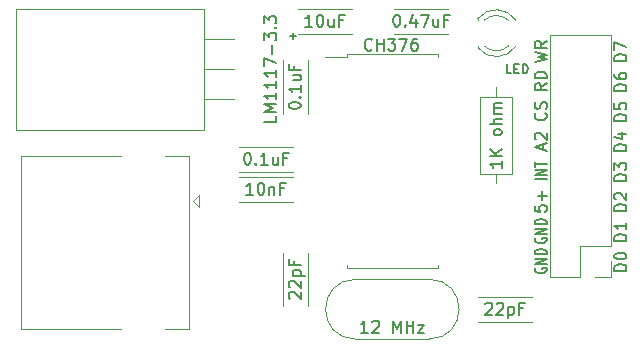
<source format=gbr>
G04 #@! TF.GenerationSoftware,KiCad,Pcbnew,(5.1.8)-1*
G04 #@! TF.CreationDate,2022-06-13T13:31:42-06:00*
G04 #@! TF.ProjectId,CH376S Module,43483337-3653-4204-9d6f-64756c652e6b,rev?*
G04 #@! TF.SameCoordinates,Original*
G04 #@! TF.FileFunction,Legend,Top*
G04 #@! TF.FilePolarity,Positive*
%FSLAX46Y46*%
G04 Gerber Fmt 4.6, Leading zero omitted, Abs format (unit mm)*
G04 Created by KiCad (PCBNEW (5.1.8)-1) date 2022-06-13 13:31:42*
%MOMM*%
%LPD*%
G01*
G04 APERTURE LIST*
%ADD10C,0.150000*%
%ADD11C,0.120000*%
G04 APERTURE END LIST*
D10*
X147619357Y-87109904D02*
X147619357Y-86626095D01*
X147861261Y-86868000D02*
X147377452Y-86868000D01*
X168156000Y-103958571D02*
X168108380Y-104031142D01*
X168108380Y-104140000D01*
X168156000Y-104248857D01*
X168251238Y-104321428D01*
X168346476Y-104357714D01*
X168536952Y-104394000D01*
X168679809Y-104394000D01*
X168870285Y-104357714D01*
X168965523Y-104321428D01*
X169060761Y-104248857D01*
X169108380Y-104140000D01*
X169108380Y-104067428D01*
X169060761Y-103958571D01*
X169013142Y-103922285D01*
X168679809Y-103922285D01*
X168679809Y-104067428D01*
X169108380Y-103595714D02*
X168108380Y-103595714D01*
X169108380Y-103160285D01*
X168108380Y-103160285D01*
X169108380Y-102797428D02*
X168108380Y-102797428D01*
X168108380Y-102616000D01*
X168156000Y-102507142D01*
X168251238Y-102434571D01*
X168346476Y-102398285D01*
X168536952Y-102362000D01*
X168679809Y-102362000D01*
X168870285Y-102398285D01*
X168965523Y-102434571D01*
X169060761Y-102507142D01*
X169108380Y-102616000D01*
X169108380Y-102797428D01*
X168156000Y-106498571D02*
X168108380Y-106571142D01*
X168108380Y-106680000D01*
X168156000Y-106788857D01*
X168251238Y-106861428D01*
X168346476Y-106897714D01*
X168536952Y-106934000D01*
X168679809Y-106934000D01*
X168870285Y-106897714D01*
X168965523Y-106861428D01*
X169060761Y-106788857D01*
X169108380Y-106680000D01*
X169108380Y-106607428D01*
X169060761Y-106498571D01*
X169013142Y-106462285D01*
X168679809Y-106462285D01*
X168679809Y-106607428D01*
X169108380Y-106135714D02*
X168108380Y-106135714D01*
X169108380Y-105700285D01*
X168108380Y-105700285D01*
X169108380Y-105337428D02*
X168108380Y-105337428D01*
X168108380Y-105156000D01*
X168156000Y-105047142D01*
X168251238Y-104974571D01*
X168346476Y-104938285D01*
X168536952Y-104902000D01*
X168679809Y-104902000D01*
X168870285Y-104938285D01*
X168965523Y-104974571D01*
X169060761Y-105047142D01*
X169108380Y-105156000D01*
X169108380Y-105337428D01*
X168108380Y-101218952D02*
X168108380Y-101695142D01*
X168584571Y-101742761D01*
X168536952Y-101695142D01*
X168489333Y-101599904D01*
X168489333Y-101361809D01*
X168536952Y-101266571D01*
X168584571Y-101218952D01*
X168679809Y-101171333D01*
X168917904Y-101171333D01*
X169013142Y-101218952D01*
X169060761Y-101266571D01*
X169108380Y-101361809D01*
X169108380Y-101599904D01*
X169060761Y-101695142D01*
X169013142Y-101742761D01*
X168727428Y-100742761D02*
X168727428Y-99980857D01*
X169108380Y-100361809D02*
X168346476Y-100361809D01*
X169108380Y-98987428D02*
X168108380Y-98987428D01*
X169108380Y-98624571D02*
X168108380Y-98624571D01*
X169108380Y-98189142D01*
X168108380Y-98189142D01*
X168108380Y-97935142D02*
X168108380Y-97499714D01*
X169108380Y-97717428D02*
X168108380Y-97717428D01*
X175854620Y-94027215D02*
X174854620Y-94027215D01*
X174854620Y-93789120D01*
X174902240Y-93646262D01*
X174997478Y-93551024D01*
X175092716Y-93503405D01*
X175283192Y-93455786D01*
X175426049Y-93455786D01*
X175616525Y-93503405D01*
X175711763Y-93551024D01*
X175807001Y-93646262D01*
X175854620Y-93789120D01*
X175854620Y-94027215D01*
X174854620Y-92551024D02*
X174854620Y-93027215D01*
X175330811Y-93074834D01*
X175283192Y-93027215D01*
X175235573Y-92931977D01*
X175235573Y-92693881D01*
X175283192Y-92598643D01*
X175330811Y-92551024D01*
X175426049Y-92503405D01*
X175664144Y-92503405D01*
X175759382Y-92551024D01*
X175807001Y-92598643D01*
X175854620Y-92693881D01*
X175854620Y-92931977D01*
X175807001Y-93027215D01*
X175759382Y-93074834D01*
X168822666Y-96472285D02*
X168822666Y-95996095D01*
X169108380Y-96567523D02*
X168108380Y-96234190D01*
X169108380Y-95900857D01*
X168203619Y-95615142D02*
X168156000Y-95567523D01*
X168108380Y-95472285D01*
X168108380Y-95234190D01*
X168156000Y-95138952D01*
X168203619Y-95091333D01*
X168298857Y-95043714D01*
X168394095Y-95043714D01*
X168536952Y-95091333D01*
X169108380Y-95662761D01*
X169108380Y-95043714D01*
X175854620Y-91487215D02*
X174854620Y-91487215D01*
X174854620Y-91249120D01*
X174902240Y-91106262D01*
X174997478Y-91011024D01*
X175092716Y-90963405D01*
X175283192Y-90915786D01*
X175426049Y-90915786D01*
X175616525Y-90963405D01*
X175711763Y-91011024D01*
X175807001Y-91106262D01*
X175854620Y-91249120D01*
X175854620Y-91487215D01*
X174854620Y-90058643D02*
X174854620Y-90249120D01*
X174902240Y-90344358D01*
X174949859Y-90391977D01*
X175092716Y-90487215D01*
X175283192Y-90534834D01*
X175664144Y-90534834D01*
X175759382Y-90487215D01*
X175807001Y-90439596D01*
X175854620Y-90344358D01*
X175854620Y-90153881D01*
X175807001Y-90058643D01*
X175759382Y-90011024D01*
X175664144Y-89963405D01*
X175426049Y-89963405D01*
X175330811Y-90011024D01*
X175283192Y-90058643D01*
X175235573Y-90153881D01*
X175235573Y-90344358D01*
X175283192Y-90439596D01*
X175330811Y-90487215D01*
X175426049Y-90534834D01*
X175854620Y-99107215D02*
X174854620Y-99107215D01*
X174854620Y-98869120D01*
X174902240Y-98726262D01*
X174997478Y-98631024D01*
X175092716Y-98583405D01*
X175283192Y-98535786D01*
X175426049Y-98535786D01*
X175616525Y-98583405D01*
X175711763Y-98631024D01*
X175807001Y-98726262D01*
X175854620Y-98869120D01*
X175854620Y-99107215D01*
X174854620Y-98202453D02*
X174854620Y-97583405D01*
X175235573Y-97916739D01*
X175235573Y-97773881D01*
X175283192Y-97678643D01*
X175330811Y-97631024D01*
X175426049Y-97583405D01*
X175664144Y-97583405D01*
X175759382Y-97631024D01*
X175807001Y-97678643D01*
X175854620Y-97773881D01*
X175854620Y-98059596D01*
X175807001Y-98154834D01*
X175759382Y-98202453D01*
X175854620Y-96567215D02*
X174854620Y-96567215D01*
X174854620Y-96329120D01*
X174902240Y-96186262D01*
X174997478Y-96091024D01*
X175092716Y-96043405D01*
X175283192Y-95995786D01*
X175426049Y-95995786D01*
X175616525Y-96043405D01*
X175711763Y-96091024D01*
X175807001Y-96186262D01*
X175854620Y-96329120D01*
X175854620Y-96567215D01*
X175187954Y-95138643D02*
X175854620Y-95138643D01*
X174807001Y-95376739D02*
X175521287Y-95614834D01*
X175521287Y-94995786D01*
X168108380Y-89066571D02*
X169108380Y-88828476D01*
X168394095Y-88638000D01*
X169108380Y-88447523D01*
X168108380Y-88209428D01*
X169108380Y-87257047D02*
X168632190Y-87590380D01*
X169108380Y-87828476D02*
X168108380Y-87828476D01*
X168108380Y-87447523D01*
X168156000Y-87352285D01*
X168203619Y-87304666D01*
X168298857Y-87257047D01*
X168441714Y-87257047D01*
X168536952Y-87304666D01*
X168584571Y-87352285D01*
X168632190Y-87447523D01*
X168632190Y-87828476D01*
X169108380Y-90868476D02*
X168632190Y-91201809D01*
X169108380Y-91439904D02*
X168108380Y-91439904D01*
X168108380Y-91058952D01*
X168156000Y-90963714D01*
X168203619Y-90916095D01*
X168298857Y-90868476D01*
X168441714Y-90868476D01*
X168536952Y-90916095D01*
X168584571Y-90963714D01*
X168632190Y-91058952D01*
X168632190Y-91439904D01*
X169108380Y-90439904D02*
X168108380Y-90439904D01*
X168108380Y-90201809D01*
X168156000Y-90058952D01*
X168251238Y-89963714D01*
X168346476Y-89916095D01*
X168536952Y-89868476D01*
X168679809Y-89868476D01*
X168870285Y-89916095D01*
X168965523Y-89963714D01*
X169060761Y-90058952D01*
X169108380Y-90201809D01*
X169108380Y-90439904D01*
X175854620Y-104187215D02*
X174854620Y-104187215D01*
X174854620Y-103949120D01*
X174902240Y-103806262D01*
X174997478Y-103711024D01*
X175092716Y-103663405D01*
X175283192Y-103615786D01*
X175426049Y-103615786D01*
X175616525Y-103663405D01*
X175711763Y-103711024D01*
X175807001Y-103806262D01*
X175854620Y-103949120D01*
X175854620Y-104187215D01*
X175854620Y-102663405D02*
X175854620Y-103234834D01*
X175854620Y-102949120D02*
X174854620Y-102949120D01*
X174997478Y-103044358D01*
X175092716Y-103139596D01*
X175140335Y-103234834D01*
X175854620Y-88947215D02*
X174854620Y-88947215D01*
X174854620Y-88709120D01*
X174902240Y-88566262D01*
X174997478Y-88471024D01*
X175092716Y-88423405D01*
X175283192Y-88375786D01*
X175426049Y-88375786D01*
X175616525Y-88423405D01*
X175711763Y-88471024D01*
X175807001Y-88566262D01*
X175854620Y-88709120D01*
X175854620Y-88947215D01*
X174854620Y-88042453D02*
X174854620Y-87375786D01*
X175854620Y-87804358D01*
X175854620Y-101647215D02*
X174854620Y-101647215D01*
X174854620Y-101409120D01*
X174902240Y-101266262D01*
X174997478Y-101171024D01*
X175092716Y-101123405D01*
X175283192Y-101075786D01*
X175426049Y-101075786D01*
X175616525Y-101123405D01*
X175711763Y-101171024D01*
X175807001Y-101266262D01*
X175854620Y-101409120D01*
X175854620Y-101647215D01*
X174949859Y-100694834D02*
X174902240Y-100647215D01*
X174854620Y-100551977D01*
X174854620Y-100313881D01*
X174902240Y-100218643D01*
X174949859Y-100171024D01*
X175045097Y-100123405D01*
X175140335Y-100123405D01*
X175283192Y-100171024D01*
X175854620Y-100742453D01*
X175854620Y-100123405D01*
X169013142Y-93384666D02*
X169060761Y-93432285D01*
X169108380Y-93575142D01*
X169108380Y-93670380D01*
X169060761Y-93813238D01*
X168965523Y-93908476D01*
X168870285Y-93956095D01*
X168679809Y-94003714D01*
X168536952Y-94003714D01*
X168346476Y-93956095D01*
X168251238Y-93908476D01*
X168156000Y-93813238D01*
X168108380Y-93670380D01*
X168108380Y-93575142D01*
X168156000Y-93432285D01*
X168203619Y-93384666D01*
X169060761Y-93003714D02*
X169108380Y-92860857D01*
X169108380Y-92622761D01*
X169060761Y-92527523D01*
X169013142Y-92479904D01*
X168917904Y-92432285D01*
X168822666Y-92432285D01*
X168727428Y-92479904D01*
X168679809Y-92527523D01*
X168632190Y-92622761D01*
X168584571Y-92813238D01*
X168536952Y-92908476D01*
X168489333Y-92956095D01*
X168394095Y-93003714D01*
X168298857Y-93003714D01*
X168203619Y-92956095D01*
X168156000Y-92908476D01*
X168108380Y-92813238D01*
X168108380Y-92575142D01*
X168156000Y-92432285D01*
X175854620Y-106727215D02*
X174854620Y-106727215D01*
X174854620Y-106489120D01*
X174902240Y-106346262D01*
X174997478Y-106251024D01*
X175092716Y-106203405D01*
X175283192Y-106155786D01*
X175426049Y-106155786D01*
X175616525Y-106203405D01*
X175711763Y-106251024D01*
X175807001Y-106346262D01*
X175854620Y-106489120D01*
X175854620Y-106727215D01*
X174854620Y-105536739D02*
X174854620Y-105441500D01*
X174902240Y-105346262D01*
X174949859Y-105298643D01*
X175045097Y-105251024D01*
X175235573Y-105203405D01*
X175473668Y-105203405D01*
X175664144Y-105251024D01*
X175759382Y-105298643D01*
X175807001Y-105346262D01*
X175854620Y-105441500D01*
X175854620Y-105536739D01*
X175807001Y-105631977D01*
X175759382Y-105679596D01*
X175664144Y-105727215D01*
X175473668Y-105774834D01*
X175235573Y-105774834D01*
X175045097Y-105727215D01*
X174949859Y-105679596D01*
X174902240Y-105631977D01*
X174854620Y-105536739D01*
D11*
G04 #@! TO.C,U2*
X140074000Y-87122000D02*
X142614000Y-87122000D01*
X140074000Y-89662000D02*
X142614000Y-89662000D01*
X140074000Y-92202000D02*
X142614000Y-92202000D01*
X124184000Y-84542000D02*
X140074000Y-84542000D01*
X124184000Y-94782000D02*
X140074000Y-94782000D01*
X124184000Y-94782000D02*
X124184000Y-84542000D01*
X140074000Y-94782000D02*
X140074000Y-84542000D01*
G04 #@! TO.C,C5*
X148883000Y-105212000D02*
X148898000Y-105212000D01*
X146758000Y-105212000D02*
X146773000Y-105212000D01*
X148883000Y-109752000D02*
X148898000Y-109752000D01*
X146758000Y-109752000D02*
X146773000Y-109752000D01*
X148898000Y-109752000D02*
X148898000Y-105212000D01*
X146758000Y-109752000D02*
X146758000Y-105212000D01*
G04 #@! TO.C,C4*
X167838000Y-111037000D02*
X167838000Y-111052000D01*
X167838000Y-108912000D02*
X167838000Y-108927000D01*
X163298000Y-111037000D02*
X163298000Y-111052000D01*
X163298000Y-108912000D02*
X163298000Y-108927000D01*
X163298000Y-111052000D02*
X167838000Y-111052000D01*
X163298000Y-108912000D02*
X167838000Y-108912000D01*
G04 #@! TO.C,C3*
X152598000Y-86653000D02*
X152598000Y-86668000D01*
X152598000Y-84528000D02*
X152598000Y-84543000D01*
X148058000Y-86653000D02*
X148058000Y-86668000D01*
X148058000Y-84528000D02*
X148058000Y-84543000D01*
X148058000Y-86668000D02*
X152598000Y-86668000D01*
X148058000Y-84528000D02*
X152598000Y-84528000D01*
G04 #@! TO.C,C2*
X147598000Y-100877000D02*
X147598000Y-100892000D01*
X147598000Y-98752000D02*
X147598000Y-98767000D01*
X143058000Y-100877000D02*
X143058000Y-100892000D01*
X143058000Y-98752000D02*
X143058000Y-98767000D01*
X143058000Y-100892000D02*
X147598000Y-100892000D01*
X143058000Y-98752000D02*
X147598000Y-98752000D01*
G04 #@! TO.C,C1*
X156186000Y-84543000D02*
X156186000Y-84528000D01*
X156186000Y-86668000D02*
X156186000Y-86653000D01*
X160726000Y-84543000D02*
X160726000Y-84528000D01*
X160726000Y-86668000D02*
X160726000Y-86653000D01*
X160726000Y-84528000D02*
X156186000Y-84528000D01*
X160726000Y-86668000D02*
X156186000Y-86668000D01*
G04 #@! TO.C,USB1*
X133108000Y-96978000D02*
X124568000Y-96978000D01*
X124568000Y-96978000D02*
X124568000Y-111698000D01*
X133108000Y-111698000D02*
X124568000Y-111698000D01*
X138788000Y-96978000D02*
X138788000Y-111698000D01*
X138788000Y-96978000D02*
X136808000Y-96978000D01*
X136808000Y-111698000D02*
X138788000Y-111698000D01*
X139668000Y-100338000D02*
X139168000Y-100838000D01*
X139168000Y-100838000D02*
X139668000Y-101338000D01*
X139668000Y-101338000D02*
X139668000Y-100338000D01*
G04 #@! TO.C,Y2*
X159171000Y-112507000D02*
X152921000Y-112507000D01*
X159171000Y-107457000D02*
X152921000Y-107457000D01*
X152921000Y-107457000D02*
G75*
G03*
X152921000Y-112507000I0J-2525000D01*
G01*
X159171000Y-107457000D02*
G75*
G02*
X159171000Y-112507000I0J-2525000D01*
G01*
G04 #@! TO.C,U1*
X156034000Y-106469000D02*
X159894000Y-106469000D01*
X159894000Y-106469000D02*
X159894000Y-106224000D01*
X156034000Y-106469000D02*
X152174000Y-106469000D01*
X152174000Y-106469000D02*
X152174000Y-106224000D01*
X156034000Y-88349000D02*
X159894000Y-88349000D01*
X159894000Y-88349000D02*
X159894000Y-88594000D01*
X156034000Y-88349000D02*
X152174000Y-88349000D01*
X152174000Y-88349000D02*
X152174000Y-88594000D01*
X152174000Y-88594000D02*
X150359000Y-88594000D01*
G04 #@! TO.C,R2*
X166216000Y-91980000D02*
X163476000Y-91980000D01*
X163476000Y-91980000D02*
X163476000Y-98520000D01*
X163476000Y-98520000D02*
X166216000Y-98520000D01*
X166216000Y-98520000D02*
X166216000Y-91980000D01*
X164846000Y-91210000D02*
X164846000Y-91980000D01*
X164846000Y-99290000D02*
X164846000Y-98520000D01*
G04 #@! TO.C,P1*
X174558000Y-86808000D02*
X169358000Y-86808000D01*
X174558000Y-104648000D02*
X174558000Y-86808000D01*
X169358000Y-107248000D02*
X169358000Y-86808000D01*
X174558000Y-104648000D02*
X171958000Y-104648000D01*
X171958000Y-104648000D02*
X171958000Y-107248000D01*
X171958000Y-107248000D02*
X169358000Y-107248000D01*
X174558000Y-105918000D02*
X174558000Y-107248000D01*
X174558000Y-107248000D02*
X173228000Y-107248000D01*
G04 #@! TO.C,D1*
X163286000Y-85378000D02*
X163286000Y-85534000D01*
X163286000Y-87694000D02*
X163286000Y-87850000D01*
X165887130Y-87693837D02*
G75*
G02*
X163805039Y-87694000I-1041130J1079837D01*
G01*
X165887130Y-85534163D02*
G75*
G03*
X163805039Y-85534000I-1041130J-1079837D01*
G01*
X166518335Y-87692608D02*
G75*
G02*
X163286000Y-87849516I-1672335J1078608D01*
G01*
X166518335Y-85535392D02*
G75*
G03*
X163286000Y-85378484I-1672335J-1078608D01*
G01*
G04 #@! TO.C,C7*
X143058000Y-96212000D02*
X147598000Y-96212000D01*
X143058000Y-98352000D02*
X147598000Y-98352000D01*
X143058000Y-96212000D02*
X143058000Y-96227000D01*
X143058000Y-98337000D02*
X143058000Y-98352000D01*
X147598000Y-96212000D02*
X147598000Y-96227000D01*
X147598000Y-98337000D02*
X147598000Y-98352000D01*
G04 #@! TO.C,C6*
X148898000Y-88876000D02*
X148898000Y-93416000D01*
X146758000Y-88876000D02*
X146758000Y-93416000D01*
X148898000Y-88876000D02*
X148883000Y-88876000D01*
X146773000Y-88876000D02*
X146758000Y-88876000D01*
X148898000Y-93416000D02*
X148883000Y-93416000D01*
X146773000Y-93416000D02*
X146758000Y-93416000D01*
G04 #@! TO.C,U2*
D10*
X146216380Y-93638190D02*
X146216380Y-94114380D01*
X145216380Y-94114380D01*
X146216380Y-93304857D02*
X145216380Y-93304857D01*
X145930666Y-92971523D01*
X145216380Y-92638190D01*
X146216380Y-92638190D01*
X146216380Y-91638190D02*
X146216380Y-92209619D01*
X146216380Y-91923904D02*
X145216380Y-91923904D01*
X145359238Y-92019142D01*
X145454476Y-92114380D01*
X145502095Y-92209619D01*
X146216380Y-90685809D02*
X146216380Y-91257238D01*
X146216380Y-90971523D02*
X145216380Y-90971523D01*
X145359238Y-91066761D01*
X145454476Y-91162000D01*
X145502095Y-91257238D01*
X146216380Y-89733428D02*
X146216380Y-90304857D01*
X146216380Y-90019142D02*
X145216380Y-90019142D01*
X145359238Y-90114380D01*
X145454476Y-90209619D01*
X145502095Y-90304857D01*
X145216380Y-89400095D02*
X145216380Y-88733428D01*
X146216380Y-89162000D01*
X145835428Y-88352476D02*
X145835428Y-87590571D01*
X145216380Y-87209619D02*
X145216380Y-86590571D01*
X145597333Y-86923904D01*
X145597333Y-86781047D01*
X145644952Y-86685809D01*
X145692571Y-86638190D01*
X145787809Y-86590571D01*
X146025904Y-86590571D01*
X146121142Y-86638190D01*
X146168761Y-86685809D01*
X146216380Y-86781047D01*
X146216380Y-87066761D01*
X146168761Y-87162000D01*
X146121142Y-87209619D01*
X146121142Y-86162000D02*
X146168761Y-86114380D01*
X146216380Y-86162000D01*
X146168761Y-86209619D01*
X146121142Y-86162000D01*
X146216380Y-86162000D01*
X145216380Y-85781047D02*
X145216380Y-85162000D01*
X145597333Y-85495333D01*
X145597333Y-85352476D01*
X145644952Y-85257238D01*
X145692571Y-85209619D01*
X145787809Y-85162000D01*
X146025904Y-85162000D01*
X146121142Y-85209619D01*
X146168761Y-85257238D01*
X146216380Y-85352476D01*
X146216380Y-85638190D01*
X146168761Y-85733428D01*
X146121142Y-85781047D01*
G04 #@! TO.C,C5*
X147375619Y-109084857D02*
X147328000Y-109037238D01*
X147280380Y-108942000D01*
X147280380Y-108703904D01*
X147328000Y-108608666D01*
X147375619Y-108561047D01*
X147470857Y-108513428D01*
X147566095Y-108513428D01*
X147708952Y-108561047D01*
X148280380Y-109132476D01*
X148280380Y-108513428D01*
X147375619Y-108132476D02*
X147328000Y-108084857D01*
X147280380Y-107989619D01*
X147280380Y-107751523D01*
X147328000Y-107656285D01*
X147375619Y-107608666D01*
X147470857Y-107561047D01*
X147566095Y-107561047D01*
X147708952Y-107608666D01*
X148280380Y-108180095D01*
X148280380Y-107561047D01*
X147613714Y-107132476D02*
X148613714Y-107132476D01*
X147661333Y-107132476D02*
X147613714Y-107037238D01*
X147613714Y-106846761D01*
X147661333Y-106751523D01*
X147708952Y-106703904D01*
X147804190Y-106656285D01*
X148089904Y-106656285D01*
X148185142Y-106703904D01*
X148232761Y-106751523D01*
X148280380Y-106846761D01*
X148280380Y-107037238D01*
X148232761Y-107132476D01*
X147756571Y-105894380D02*
X147756571Y-106227714D01*
X148280380Y-106227714D02*
X147280380Y-106227714D01*
X147280380Y-105751523D01*
G04 #@! TO.C,C4*
X163925142Y-109529619D02*
X163972761Y-109482000D01*
X164068000Y-109434380D01*
X164306095Y-109434380D01*
X164401333Y-109482000D01*
X164448952Y-109529619D01*
X164496571Y-109624857D01*
X164496571Y-109720095D01*
X164448952Y-109862952D01*
X163877523Y-110434380D01*
X164496571Y-110434380D01*
X164877523Y-109529619D02*
X164925142Y-109482000D01*
X165020380Y-109434380D01*
X165258476Y-109434380D01*
X165353714Y-109482000D01*
X165401333Y-109529619D01*
X165448952Y-109624857D01*
X165448952Y-109720095D01*
X165401333Y-109862952D01*
X164829904Y-110434380D01*
X165448952Y-110434380D01*
X165877523Y-109767714D02*
X165877523Y-110767714D01*
X165877523Y-109815333D02*
X165972761Y-109767714D01*
X166163238Y-109767714D01*
X166258476Y-109815333D01*
X166306095Y-109862952D01*
X166353714Y-109958190D01*
X166353714Y-110243904D01*
X166306095Y-110339142D01*
X166258476Y-110386761D01*
X166163238Y-110434380D01*
X165972761Y-110434380D01*
X165877523Y-110386761D01*
X167115619Y-109910571D02*
X166782285Y-109910571D01*
X166782285Y-110434380D02*
X166782285Y-109434380D01*
X167258476Y-109434380D01*
G04 #@! TO.C,C3*
X149256571Y-86050380D02*
X148685142Y-86050380D01*
X148970857Y-86050380D02*
X148970857Y-85050380D01*
X148875619Y-85193238D01*
X148780380Y-85288476D01*
X148685142Y-85336095D01*
X149875619Y-85050380D02*
X149970857Y-85050380D01*
X150066095Y-85098000D01*
X150113714Y-85145619D01*
X150161333Y-85240857D01*
X150208952Y-85431333D01*
X150208952Y-85669428D01*
X150161333Y-85859904D01*
X150113714Y-85955142D01*
X150066095Y-86002761D01*
X149970857Y-86050380D01*
X149875619Y-86050380D01*
X149780380Y-86002761D01*
X149732761Y-85955142D01*
X149685142Y-85859904D01*
X149637523Y-85669428D01*
X149637523Y-85431333D01*
X149685142Y-85240857D01*
X149732761Y-85145619D01*
X149780380Y-85098000D01*
X149875619Y-85050380D01*
X151066095Y-85383714D02*
X151066095Y-86050380D01*
X150637523Y-85383714D02*
X150637523Y-85907523D01*
X150685142Y-86002761D01*
X150780380Y-86050380D01*
X150923238Y-86050380D01*
X151018476Y-86002761D01*
X151066095Y-85955142D01*
X151875619Y-85526571D02*
X151542285Y-85526571D01*
X151542285Y-86050380D02*
X151542285Y-85050380D01*
X152018476Y-85050380D01*
G04 #@! TO.C,C2*
X144256571Y-100274380D02*
X143685142Y-100274380D01*
X143970857Y-100274380D02*
X143970857Y-99274380D01*
X143875619Y-99417238D01*
X143780380Y-99512476D01*
X143685142Y-99560095D01*
X144875619Y-99274380D02*
X144970857Y-99274380D01*
X145066095Y-99322000D01*
X145113714Y-99369619D01*
X145161333Y-99464857D01*
X145208952Y-99655333D01*
X145208952Y-99893428D01*
X145161333Y-100083904D01*
X145113714Y-100179142D01*
X145066095Y-100226761D01*
X144970857Y-100274380D01*
X144875619Y-100274380D01*
X144780380Y-100226761D01*
X144732761Y-100179142D01*
X144685142Y-100083904D01*
X144637523Y-99893428D01*
X144637523Y-99655333D01*
X144685142Y-99464857D01*
X144732761Y-99369619D01*
X144780380Y-99322000D01*
X144875619Y-99274380D01*
X145637523Y-99607714D02*
X145637523Y-100274380D01*
X145637523Y-99702952D02*
X145685142Y-99655333D01*
X145780380Y-99607714D01*
X145923238Y-99607714D01*
X146018476Y-99655333D01*
X146066095Y-99750571D01*
X146066095Y-100274380D01*
X146875619Y-99750571D02*
X146542285Y-99750571D01*
X146542285Y-100274380D02*
X146542285Y-99274380D01*
X147018476Y-99274380D01*
G04 #@! TO.C,C1*
X156376952Y-85050380D02*
X156472190Y-85050380D01*
X156567428Y-85098000D01*
X156615047Y-85145619D01*
X156662666Y-85240857D01*
X156710285Y-85431333D01*
X156710285Y-85669428D01*
X156662666Y-85859904D01*
X156615047Y-85955142D01*
X156567428Y-86002761D01*
X156472190Y-86050380D01*
X156376952Y-86050380D01*
X156281714Y-86002761D01*
X156234095Y-85955142D01*
X156186476Y-85859904D01*
X156138857Y-85669428D01*
X156138857Y-85431333D01*
X156186476Y-85240857D01*
X156234095Y-85145619D01*
X156281714Y-85098000D01*
X156376952Y-85050380D01*
X157138857Y-85955142D02*
X157186476Y-86002761D01*
X157138857Y-86050380D01*
X157091238Y-86002761D01*
X157138857Y-85955142D01*
X157138857Y-86050380D01*
X158043619Y-85383714D02*
X158043619Y-86050380D01*
X157805523Y-85002761D02*
X157567428Y-85717047D01*
X158186476Y-85717047D01*
X158472190Y-85050380D02*
X159138857Y-85050380D01*
X158710285Y-86050380D01*
X159948380Y-85383714D02*
X159948380Y-86050380D01*
X159519809Y-85383714D02*
X159519809Y-85907523D01*
X159567428Y-86002761D01*
X159662666Y-86050380D01*
X159805523Y-86050380D01*
X159900761Y-86002761D01*
X159948380Y-85955142D01*
X160757904Y-85526571D02*
X160424571Y-85526571D01*
X160424571Y-86050380D02*
X160424571Y-85050380D01*
X160900761Y-85050380D01*
G04 #@! TO.C,Y2*
X153974571Y-111958380D02*
X153403142Y-111958380D01*
X153688857Y-111958380D02*
X153688857Y-110958380D01*
X153593619Y-111101238D01*
X153498380Y-111196476D01*
X153403142Y-111244095D01*
X154355523Y-111053619D02*
X154403142Y-111006000D01*
X154498380Y-110958380D01*
X154736476Y-110958380D01*
X154831714Y-111006000D01*
X154879333Y-111053619D01*
X154926952Y-111148857D01*
X154926952Y-111244095D01*
X154879333Y-111386952D01*
X154307904Y-111958380D01*
X154926952Y-111958380D01*
X156117428Y-111958380D02*
X156117428Y-110958380D01*
X156450761Y-111672666D01*
X156784095Y-110958380D01*
X156784095Y-111958380D01*
X157260285Y-111958380D02*
X157260285Y-110958380D01*
X157260285Y-111434571D02*
X157831714Y-111434571D01*
X157831714Y-111958380D02*
X157831714Y-110958380D01*
X158212666Y-111291714D02*
X158736476Y-111291714D01*
X158212666Y-111958380D01*
X158736476Y-111958380D01*
G04 #@! TO.C,U1*
X154313142Y-87987142D02*
X154265523Y-88034761D01*
X154122666Y-88082380D01*
X154027428Y-88082380D01*
X153884571Y-88034761D01*
X153789333Y-87939523D01*
X153741714Y-87844285D01*
X153694095Y-87653809D01*
X153694095Y-87510952D01*
X153741714Y-87320476D01*
X153789333Y-87225238D01*
X153884571Y-87130000D01*
X154027428Y-87082380D01*
X154122666Y-87082380D01*
X154265523Y-87130000D01*
X154313142Y-87177619D01*
X154741714Y-88082380D02*
X154741714Y-87082380D01*
X154741714Y-87558571D02*
X155313142Y-87558571D01*
X155313142Y-88082380D02*
X155313142Y-87082380D01*
X155694095Y-87082380D02*
X156313142Y-87082380D01*
X155979809Y-87463333D01*
X156122666Y-87463333D01*
X156217904Y-87510952D01*
X156265523Y-87558571D01*
X156313142Y-87653809D01*
X156313142Y-87891904D01*
X156265523Y-87987142D01*
X156217904Y-88034761D01*
X156122666Y-88082380D01*
X155836952Y-88082380D01*
X155741714Y-88034761D01*
X155694095Y-87987142D01*
X156646476Y-87082380D02*
X157313142Y-87082380D01*
X156884571Y-88082380D01*
X158122666Y-87082380D02*
X157932190Y-87082380D01*
X157836952Y-87130000D01*
X157789333Y-87177619D01*
X157694095Y-87320476D01*
X157646476Y-87510952D01*
X157646476Y-87891904D01*
X157694095Y-87987142D01*
X157741714Y-88034761D01*
X157836952Y-88082380D01*
X158027428Y-88082380D01*
X158122666Y-88034761D01*
X158170285Y-87987142D01*
X158217904Y-87891904D01*
X158217904Y-87653809D01*
X158170285Y-87558571D01*
X158122666Y-87510952D01*
X158027428Y-87463333D01*
X157836952Y-87463333D01*
X157741714Y-87510952D01*
X157694095Y-87558571D01*
X157646476Y-87653809D01*
G04 #@! TO.C,R2*
X165298380Y-97416666D02*
X165298380Y-97988095D01*
X165298380Y-97702380D02*
X164298380Y-97702380D01*
X164441238Y-97797619D01*
X164536476Y-97892857D01*
X164584095Y-97988095D01*
X165298380Y-96988095D02*
X164298380Y-96988095D01*
X165298380Y-96416666D02*
X164726952Y-96845238D01*
X164298380Y-96416666D02*
X164869809Y-96988095D01*
X165298380Y-95083333D02*
X165250761Y-95178571D01*
X165203142Y-95226190D01*
X165107904Y-95273809D01*
X164822190Y-95273809D01*
X164726952Y-95226190D01*
X164679333Y-95178571D01*
X164631714Y-95083333D01*
X164631714Y-94940476D01*
X164679333Y-94845238D01*
X164726952Y-94797619D01*
X164822190Y-94750000D01*
X165107904Y-94750000D01*
X165203142Y-94797619D01*
X165250761Y-94845238D01*
X165298380Y-94940476D01*
X165298380Y-95083333D01*
X165298380Y-94321428D02*
X164298380Y-94321428D01*
X165298380Y-93892857D02*
X164774571Y-93892857D01*
X164679333Y-93940476D01*
X164631714Y-94035714D01*
X164631714Y-94178571D01*
X164679333Y-94273809D01*
X164726952Y-94321428D01*
X165298380Y-93416666D02*
X164631714Y-93416666D01*
X164726952Y-93416666D02*
X164679333Y-93369047D01*
X164631714Y-93273809D01*
X164631714Y-93130952D01*
X164679333Y-93035714D01*
X164774571Y-92988095D01*
X165298380Y-92988095D01*
X164774571Y-92988095D02*
X164679333Y-92940476D01*
X164631714Y-92845238D01*
X164631714Y-92702380D01*
X164679333Y-92607142D01*
X164774571Y-92559523D01*
X165298380Y-92559523D01*
G04 #@! TO.C,D1*
X166134142Y-90006714D02*
X165771285Y-90006714D01*
X165771285Y-89244714D01*
X166388142Y-89607571D02*
X166642142Y-89607571D01*
X166751000Y-90006714D02*
X166388142Y-90006714D01*
X166388142Y-89244714D01*
X166751000Y-89244714D01*
X167077571Y-90006714D02*
X167077571Y-89244714D01*
X167259000Y-89244714D01*
X167367857Y-89281000D01*
X167440428Y-89353571D01*
X167476714Y-89426142D01*
X167513000Y-89571285D01*
X167513000Y-89680142D01*
X167476714Y-89825285D01*
X167440428Y-89897857D01*
X167367857Y-89970428D01*
X167259000Y-90006714D01*
X167077571Y-90006714D01*
G04 #@! TO.C,C7*
X143725142Y-96734380D02*
X143820380Y-96734380D01*
X143915619Y-96782000D01*
X143963238Y-96829619D01*
X144010857Y-96924857D01*
X144058476Y-97115333D01*
X144058476Y-97353428D01*
X144010857Y-97543904D01*
X143963238Y-97639142D01*
X143915619Y-97686761D01*
X143820380Y-97734380D01*
X143725142Y-97734380D01*
X143629904Y-97686761D01*
X143582285Y-97639142D01*
X143534666Y-97543904D01*
X143487047Y-97353428D01*
X143487047Y-97115333D01*
X143534666Y-96924857D01*
X143582285Y-96829619D01*
X143629904Y-96782000D01*
X143725142Y-96734380D01*
X144487047Y-97639142D02*
X144534666Y-97686761D01*
X144487047Y-97734380D01*
X144439428Y-97686761D01*
X144487047Y-97639142D01*
X144487047Y-97734380D01*
X145487047Y-97734380D02*
X144915619Y-97734380D01*
X145201333Y-97734380D02*
X145201333Y-96734380D01*
X145106095Y-96877238D01*
X145010857Y-96972476D01*
X144915619Y-97020095D01*
X146344190Y-97067714D02*
X146344190Y-97734380D01*
X145915619Y-97067714D02*
X145915619Y-97591523D01*
X145963238Y-97686761D01*
X146058476Y-97734380D01*
X146201333Y-97734380D01*
X146296571Y-97686761D01*
X146344190Y-97639142D01*
X147153714Y-97210571D02*
X146820380Y-97210571D01*
X146820380Y-97734380D02*
X146820380Y-96734380D01*
X147296571Y-96734380D01*
G04 #@! TO.C,C6*
X147280380Y-92788857D02*
X147280380Y-92693619D01*
X147328000Y-92598380D01*
X147375619Y-92550761D01*
X147470857Y-92503142D01*
X147661333Y-92455523D01*
X147899428Y-92455523D01*
X148089904Y-92503142D01*
X148185142Y-92550761D01*
X148232761Y-92598380D01*
X148280380Y-92693619D01*
X148280380Y-92788857D01*
X148232761Y-92884095D01*
X148185142Y-92931714D01*
X148089904Y-92979333D01*
X147899428Y-93026952D01*
X147661333Y-93026952D01*
X147470857Y-92979333D01*
X147375619Y-92931714D01*
X147328000Y-92884095D01*
X147280380Y-92788857D01*
X148185142Y-92026952D02*
X148232761Y-91979333D01*
X148280380Y-92026952D01*
X148232761Y-92074571D01*
X148185142Y-92026952D01*
X148280380Y-92026952D01*
X148280380Y-91026952D02*
X148280380Y-91598380D01*
X148280380Y-91312666D02*
X147280380Y-91312666D01*
X147423238Y-91407904D01*
X147518476Y-91503142D01*
X147566095Y-91598380D01*
X147613714Y-90169809D02*
X148280380Y-90169809D01*
X147613714Y-90598380D02*
X148137523Y-90598380D01*
X148232761Y-90550761D01*
X148280380Y-90455523D01*
X148280380Y-90312666D01*
X148232761Y-90217428D01*
X148185142Y-90169809D01*
X147756571Y-89360285D02*
X147756571Y-89693619D01*
X148280380Y-89693619D02*
X147280380Y-89693619D01*
X147280380Y-89217428D01*
G04 #@! TD*
M02*

</source>
